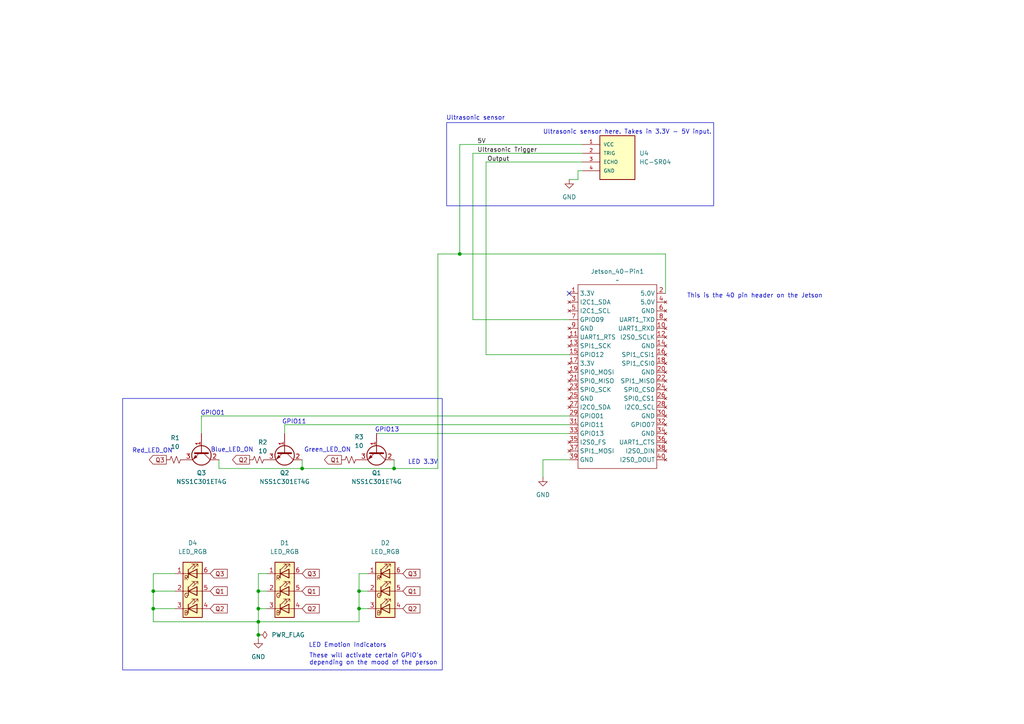
<source format=kicad_sch>
(kicad_sch (version 20231120) (generator "eeschema") (generator_version "8.0")
  (paper "A4")
  (title_block (title "Emotion-Adaptive-Smart-Home") (date "2024-11-06") (rev "3") (company "411 Group 6") (comment 1 "Kamal Smith") (comment 2 "Kilo Bao") (comment 3 "Luan Nguyen") (comment 4 "Samuel Shen"))
  (lib_symbols
    (symbol "Device:LED_RGB" (pin_names (offset 0) hide)
      (property "Reference" "D" (at 0 9.398 0))
      (property "Value" "LED_RGB" (at 0 -8.89 0))
      (symbol "LED_RGB_0_0"
        (text "B" (at -1.905 -6.35 0) (effects (font (size 1.27 1.27))))
        (text "G" (at -1.905 -1.27 0) (effects (font (size 1.27 1.27))))
        (text "R" (at -1.905 3.81 0) (effects (font (size 1.27 1.27))))
      )
      (symbol "LED_RGB_0_1"
        (polyline (pts (xy -1.27 -5.08) (xy -2.54 -5.08)))
        (polyline (pts (xy -1.27 -5.08) (xy 1.27 -5.08)))
        (polyline (pts (xy -1.27 -3.81) (xy -1.27 -6.35)) (stroke (width 0.254)))
        (polyline (pts (xy -1.27 0) (xy -2.54 0)))
        (polyline (pts (xy -1.27 1.27) (xy -1.27 -1.27)) (stroke (width 0.254)))
        (polyline (pts (xy -1.27 5.08) (xy -2.54 5.08)))
        (polyline (pts (xy -1.27 5.08) (xy 1.27 5.08)))
        (polyline (pts (xy -1.27 6.35) (xy -1.27 3.81)) (stroke (width 0.254)))
        (polyline (pts (xy 1.27 -5.08) (xy 2.54 -5.08)))
        (polyline (pts (xy 1.27 0) (xy -1.27 0)))
        (polyline (pts (xy 1.27 0) (xy 2.54 0)))
        (polyline (pts (xy 1.27 5.08) (xy 2.54 5.08)))
        (polyline (pts (xy -1.27 1.27) (xy -1.27 -1.27) (xy -1.27 -1.27)))
        (polyline (pts (xy -1.27 6.35) (xy -1.27 3.81) (xy -1.27 3.81)))
        (polyline (pts (xy 1.27 -3.81) (xy 1.27 -6.35) (xy -1.27 -5.08) (xy 1.27 -3.81)) (stroke (width 0.254)))
        (polyline (pts (xy 1.27 1.27) (xy 1.27 -1.27) (xy -1.27 0) (xy 1.27 1.27)) (stroke (width 0.254)))
        (polyline (pts (xy 1.27 6.35) (xy 1.27 3.81) (xy -1.27 5.08) (xy 1.27 6.35)) (stroke (width 0.254)))
        (polyline (pts (xy -1.016 -3.81) (xy 0.508 -2.286) (xy -0.254 -2.286) (xy 0.508 -2.286) (xy 0.508 -3.048)))
        (polyline (pts (xy -1.016 1.27) (xy 0.508 2.794) (xy -0.254 2.794) (xy 0.508 2.794) (xy 0.508 2.032)))
        (polyline (pts (xy -1.016 6.35) (xy 0.508 7.874) (xy -0.254 7.874) (xy 0.508 7.874) (xy 0.508 7.112)))
        (polyline (pts (xy 0 -3.81) (xy 1.524 -2.286) (xy 0.762 -2.286) (xy 1.524 -2.286) (xy 1.524 -3.048)))
        (polyline (pts (xy 0 1.27) (xy 1.524 2.794) (xy 0.762 2.794) (xy 1.524 2.794) (xy 1.524 2.032)))
        (polyline (pts (xy 0 6.35) (xy 1.524 7.874) (xy 0.762 7.874) (xy 1.524 7.874) (xy 1.524 7.112)))
        (rectangle (start 1.27 -1.27) (end 1.27 1.27))
        (rectangle (start 1.27 1.27) (end 1.27 1.27))
        (rectangle (start 1.27 3.81) (end 1.27 6.35))
        (rectangle (start 1.27 6.35) (end 1.27 6.35))
        (rectangle (start 2.794 8.382) (end -2.794 -7.62) (stroke (width 0.254)) (fill (type background)))
      )
      (symbol "LED_RGB_1_1"
        (pin passive line (at -5.08 5.08 0) (length 2.54) (name "RK") (number "1"))
        (pin passive line (at -5.08 0 0) (length 2.54) (name "GK") (number "2"))
        (pin passive line (at -5.08 -5.08 0) (length 2.54) (name "BK") (number "3"))
        (pin passive line (at 5.08 -5.08 180) (length 2.54) (name "BA") (number "4"))
        (pin passive line (at 5.08 0 180) (length 2.54) (name "GA") (number "5"))
        (pin passive line (at 5.08 5.08 180) (length 2.54) (name "RA") (number "6"))
      )
    )
    (symbol "Device:Q_NPN_BCE" (pin_names (offset 0) hide)
      (property "Reference" "Q3" (at 6.35 0 90))
      (property "Value" "NSS1C301ET4G" (at 8.89 0 90))
      (symbol "Q_NPN_BCE_0_1"
        (polyline (pts (xy 0.635 0.635) (xy 2.54 2.54)))
        (polyline (pts (xy 0.635 -0.635) (xy 2.54 -2.54) (xy 2.54 -2.54)))
        (polyline (pts (xy 0.635 1.905) (xy 0.635 -1.905) (xy 0.635 -1.905)) (stroke (width 0.508)))
        (polyline (pts (xy 1.27 -1.778) (xy 1.778 -1.27) (xy 2.286 -2.286) (xy 1.27 -1.778) (xy 1.27 -1.778)) (fill (type outline)))
        (circle (center 1.27 0) (radius 2.8194) (stroke (width 0.254)))
      )
      (symbol "Q_NPN_BCE_1_1"
        (pin input line (at -5.08 0 0) (length 5.715) (name "B") (number "1"))
        (pin passive line (at 2.54 5.08 270) (length 2.54) (name "C") (number "2"))
        (pin passive line (at 2.54 -5.08 90) (length 2.54) (name "E") (number "3"))
      )
    )
    (symbol "Device:R_Small_US" (pin_numbers hide) (pin_names (offset 0.254) hide)
      (property "Reference" "R1" (at 6.35 0 90))
      (property "Value" "10" (at 3.81 0 90))
      (symbol "R_Small_US_1_1"
        (polyline (pts (xy 0 0) (xy 1.016 -0.381) (xy 0 -0.762) (xy -1.016 -1.143) (xy 0 -1.524)))
        (polyline (pts (xy 0 1.524) (xy 1.016 1.143) (xy 0 0.762) (xy -1.016 0.381) (xy 0 0)))
        (pin passive line (at 0 2.54 270) (length 1.016) (name "~") (number "1"))
        (pin passive line (at 0 -2.54 90) (length 1.016) (name "~") (number "2"))
      )
    )
    (symbol "HC-SR04:HC-SR04" (pin_names (offset 1.016))
      (property "Reference" "U" (at 0 5.0813 0))
      (property "Value" "HC-SR04" (at 0 -10.163 0))
      (symbol "HC-SR04_0_0"
        (rectangle (start 0 -7.62) (end 10.16 5.08) (stroke (width 0.254)) (fill (type background)))
        (pin power_in line (at -5.08 2.54 0) (length 5.08) (name "VCC") (number "1"))
        (pin bidirectional line (at -5.08 0 0) (length 5.08) (name "TRIG") (number "2"))
        (pin bidirectional line (at -5.08 -2.54 0) (length 5.08) (name "ECHO") (number "3"))
        (pin power_in line (at -5.08 -5.08 0) (length 5.08) (name "GND") (number "4"))
      )
    )
    (symbol "JetsonNano40pin_1"
      (property "Reference" "Jetson_40-Pin1" (at 0 44.45 0))
      (property "Value" "~" (at 0 41.91 0))
      (symbol "JetsonNano40pin_1_0_0"
        (pin input line (at -13.97 -10.16 0) (length 2.54) (name "GND") (number "39"))
      )
      (symbol "JetsonNano40pin_1_1_0"
        (pin power_out line (at -13.97 38.1 0) (length 2.54) (name "3.3V") (number "1"))
        (pin no_connect line (at 13.97 27.94 180) (length 2.54) (name "UART1_RXD") (number "10"))
        (pin no_connect line (at -13.97 25.4 0) (length 2.54) (name "UART1_RTS") (number "11"))
        (pin no_connect line (at 13.97 25.4 180) (length 2.54) (name "I2S0_SCLK") (number "12"))
        (pin no_connect line (at -13.97 22.86 0) (length 2.54) (name "SPI1_SCK") (number "13"))
        (pin no_connect line (at 13.97 22.86 180) (length 2.54) (name "GND") (number "14"))
        (pin bidirectional line (at -13.97 20.32 0) (length 2.54) (name "GPIO12") (number "15"))
        (pin no_connect line (at 13.97 20.32 180) (length 2.54) (name "SPI1_CSI1") (number "16"))
        (pin no_connect line (at -13.97 17.78 0) (length 2.54) (name "3.3V") (number "17"))
        (pin no_connect line (at 13.97 17.78 180) (length 2.54) (name "SPI1_CSI0") (number "18"))
        (pin no_connect line (at -13.97 15.24 0) (length 2.54) (name "SPI0_MOSI") (number "19"))
        (pin power_out line (at 13.97 38.1 180) (length 2.54) (name "5.0V") (number "2"))
        (pin no_connect line (at 13.97 15.24 180) (length 2.54) (name "GND") (number "20"))
        (pin no_connect line (at -13.97 12.7 0) (length 2.54) (name "SPI0_MISO") (number "21"))
        (pin no_connect line (at 13.97 12.7 180) (length 2.54) (name "SPI1_MISO") (number "22"))
        (pin no_connect line (at -13.97 10.16 0) (length 2.54) (name "SPI0_SCK") (number "23"))
        (pin no_connect line (at 13.97 10.16 180) (length 2.54) (name "SPI0_CS0") (number "24"))
        (pin no_connect line (at -13.97 7.62 0) (length 2.54) (name "GND") (number "25"))
        (pin no_connect line (at 13.97 7.62 180) (length 2.54) (name "SPI0_CS1") (number "26"))
        (pin no_connect line (at -13.97 5.08 0) (length 2.54) (name "I2C0_SDA") (number "27"))
        (pin no_connect line (at 13.97 5.08 180) (length 2.54) (name "I2C0_SCL") (number "28"))
        (pin bidirectional line (at -13.97 2.54 0) (length 2.54) (name "GPIO01") (number "29"))
        (pin no_connect line (at -13.97 35.56 0) (length 2.54) (name "I2C1_SDA") (number "3"))
        (pin no_connect line (at 13.97 2.54 180) (length 2.54) (name "GND") (number "30"))
        (pin bidirectional line (at -13.97 0 0) (length 2.54) (name "GPIO11") (number "31"))
        (pin no_connect line (at 13.97 0 180) (length 2.54) (name "GPIO07") (number "32"))
        (pin bidirectional line (at -13.97 -2.54 0) (length 2.54) (name "GPIO13") (number "33"))
        (pin no_connect line (at 13.97 -2.54 180) (length 2.54) (name "GND") (number "34"))
        (pin no_connect line (at -13.97 -5.08 0) (length 2.54) (name "I2S0_FS") (number "35"))
        (pin no_connect line (at 13.97 -5.08 180) (length 2.54) (name "UART1_CTS") (number "36"))
        (pin no_connect line (at -13.97 -7.62 0) (length 2.54) (name "SPI1_MOSI") (number "37"))
        (pin no_connect line (at 13.97 -7.62 180) (length 2.54) (name "I2S0_DIN") (number "38"))
        (pin no_connect line (at 13.97 35.56 180) (length 2.54) (name "5.0V") (number "4"))
        (pin no_connect line (at 13.97 -10.16 180) (length 2.54) (name "I2S0_DOUT") (number "40"))
        (pin no_connect line (at -13.97 33.02 0) (length 2.54) (name "I2C1_SCL") (number "5"))
        (pin no_connect line (at 13.97 33.02 180) (length 2.54) (name "GND") (number "6"))
        (pin bidirectional line (at -13.97 30.48 0) (length 2.54) (name "GPIO09") (number "7"))
        (pin no_connect line (at 13.97 30.48 180) (length 2.54) (name "UART1_TXD") (number "8"))
        (pin no_connect line (at -13.97 27.94 0) (length 2.54) (name "GND") (number "9"))
      )
      (symbol "JetsonNano40pin_1_1_1"
        (rectangle (start -11.43 40.64) (end 11.43 -12.7))
      )
    )
    (symbol "Q_NPN_BCE_1" (pin_names (offset 0) hide)
      (property "Reference" "Q2" (at 6.35 0 90))
      (property "Value" "NSS1C301ET4G" (at 8.89 0 90))
      (symbol "Q_NPN_BCE_1_0_1"
        (polyline (pts (xy 0.635 0.635) (xy 2.54 2.54)))
        (polyline (pts (xy 0.635 -0.635) (xy 2.54 -2.54) (xy 2.54 -2.54)))
        (polyline (pts (xy 0.635 1.905) (xy 0.635 -1.905) (xy 0.635 -1.905)) (stroke (width 0.508)))
        (polyline (pts (xy 1.27 -1.778) (xy 1.778 -1.27) (xy 2.286 -2.286) (xy 1.27 -1.778) (xy 1.27 -1.778)) (fill (type outline)))
        (circle (center 1.27 0) (radius 2.8194) (stroke (width 0.254)))
      )
      (symbol "Q_NPN_BCE_1_1_1"
        (pin input line (at -5.08 0 0) (length 5.715) (name "B") (number "1"))
        (pin passive line (at 2.54 5.08 270) (length 2.54) (name "C") (number "2"))
        (pin passive line (at 2.54 -5.08 90) (length 2.54) (name "E") (number "3"))
      )
    )
    (symbol "Q_NPN_BCE_2" (pin_names (offset 0) hide)
      (property "Reference" "Q1" (at 6.35 0 90))
      (property "Value" "NSS1C301ET4G" (at 8.89 0 90))
      (symbol "Q_NPN_BCE_2_0_1"
        (polyline (pts (xy 0.635 0.635) (xy 2.54 2.54)))
        (polyline (pts (xy 0.635 -0.635) (xy 2.54 -2.54) (xy 2.54 -2.54)))
        (polyline (pts (xy 0.635 1.905) (xy 0.635 -1.905) (xy 0.635 -1.905)) (stroke (width 0.508)))
        (polyline (pts (xy 1.27 -1.778) (xy 1.778 -1.27) (xy 2.286 -2.286) (xy 1.27 -1.778) (xy 1.27 -1.778)) (fill (type outline)))
        (circle (center 1.27 0) (radius 2.8194) (stroke (width 0.254)))
      )
      (symbol "Q_NPN_BCE_2_1_1"
        (pin input line (at -5.08 0 0) (length 5.715) (name "B") (number "1"))
        (pin passive line (at 2.54 5.08 270) (length 2.54) (name "C") (number "2"))
        (pin passive line (at 2.54 -5.08 90) (length 2.54) (name "E") (number "3"))
      )
    )
    (symbol "power:GND" (power) (pin_numbers hide) (pin_names (offset 0) hide)
      (property "Value" "GND" (at 0 -3.81 0))
      (symbol "GND_0_1"
        (polyline (pts (xy 0 0) (xy 0 -1.27) (xy 1.27 -1.27) (xy 0 -2.54) (xy -1.27 -1.27) (xy 0 -1.27)))
      )
      (symbol "GND_1_1"
        (pin power_in line (at 0 0 270) (length 0) (name "~") (number "1"))
      )
    )
    (symbol "power:PWR_FLAG" (power) (pin_numbers hide) (pin_names (offset 0) hide)
      (property "Value" "PWR_FLAG" (at 0 3.81 0))
      (symbol "PWR_FLAG_0_0"
        (pin power_out line (at 0 0 90) (length 0) (name "~") (number "1"))
      )
      (symbol "PWR_FLAG_0_1"
        (polyline (pts (xy 0 0) (xy 0 1.27) (xy -1.016 1.905) (xy 0 2.54) (xy 1.016 1.905) (xy 0 1.27)))
      )
    )
  )
  (junction (at 114.3 135.89))
  (junction (at 74.93 176.53))
  (junction (at 74.93 171.45))
  (junction (at 44.45 176.53))
  (junction (at 74.93 184.15))
  (junction (at 87.63 135.89))
  (junction (at 44.45 171.45))
  (junction (at 104.14 171.45))
  (junction (at 74.93 180.34))
  (junction (at 133.35 73.66))
  (junction (at 104.14 176.53))
  (no_connect (at 165.1 85.09))
  (wire (pts (xy 140.97 46.99) (xy 140.97 102.87)))
  (wire (pts (xy 168.91 41.91) (xy 133.35 41.91)))
  (wire (pts (xy 44.45 176.53) (xy 44.45 180.34)))
  (wire (pts (xy 44.45 166.37) (xy 44.45 171.45)))
  (wire (pts (xy 157.48 133.35) (xy 157.48 138.43)))
  (wire (pts (xy 82.55 123.19) (xy 82.55 125.73)))
  (wire (pts (xy 44.45 180.34) (xy 74.93 180.34)))
  (wire (pts (xy 82.55 123.19) (xy 165.1 123.19)))
  (wire (pts (xy 114.3 133.35) (xy 114.3 135.89)))
  (wire (pts (xy 74.93 185.42) (xy 74.93 184.15)))
  (wire (pts (xy 193.04 73.66) (xy 193.04 85.09)))
  (wire (pts (xy 133.35 73.66) (xy 193.04 73.66)))
  (wire (pts (xy 168.91 46.99) (xy 140.97 46.99)))
  (wire (pts (xy 167.64 49.53) (xy 168.91 49.53)))
  (wire (pts (xy 74.93 176.53) (xy 77.47 176.53)))
  (wire (pts (xy 77.47 171.45) (xy 74.93 171.45)))
  (wire (pts (xy 87.63 135.89) (xy 114.3 135.89)))
  (wire (pts (xy 104.14 166.37) (xy 104.14 171.45)))
  (wire (pts (xy 137.16 44.45) (xy 137.16 92.71)))
  (wire (pts (xy 58.42 120.65) (xy 165.1 120.65)))
  (wire (pts (xy 106.68 171.45) (xy 104.14 171.45)))
  (wire (pts (xy 63.5 135.89) (xy 87.63 135.89)))
  (wire (pts (xy 140.97 102.87) (xy 165.1 102.87)))
  (wire (pts (xy 63.5 133.35) (xy 63.5 135.89)))
  (wire (pts (xy 104.14 180.34) (xy 74.93 180.34)))
  (wire (pts (xy 109.22 125.73) (xy 165.1 125.73)))
  (wire (pts (xy 58.42 120.65) (xy 58.42 125.73)))
  (wire (pts (xy 133.35 41.91) (xy 133.35 73.66)))
  (wire (pts (xy 77.47 166.37) (xy 74.93 166.37)))
  (wire (pts (xy 157.48 133.35) (xy 165.1 133.35)))
  (wire (pts (xy 104.14 176.53) (xy 104.14 180.34)))
  (wire (pts (xy 44.45 171.45) (xy 44.45 176.53)))
  (wire (pts (xy 44.45 171.45) (xy 50.8 171.45)))
  (wire (pts (xy 167.64 49.53) (xy 167.64 52.07)))
  (wire (pts (xy 74.93 171.45) (xy 74.93 176.53)))
  (wire (pts (xy 104.14 176.53) (xy 106.68 176.53)))
  (wire (pts (xy 127 135.89) (xy 114.3 135.89)))
  (wire (pts (xy 50.8 166.37) (xy 44.45 166.37)))
  (wire (pts (xy 74.93 166.37) (xy 74.93 171.45)))
  (wire (pts (xy 137.16 92.71) (xy 165.1 92.71)))
  (wire (pts (xy 44.45 176.53) (xy 50.8 176.53)))
  (wire (pts (xy 167.64 52.07) (xy 165.1 52.07)))
  (wire (pts (xy 87.63 133.35) (xy 87.63 135.89)))
  (wire (pts (xy 104.14 171.45) (xy 104.14 176.53)))
  (wire (pts (xy 127 73.66) (xy 127 135.89)))
  (wire (pts (xy 106.68 166.37) (xy 104.14 166.37)))
  (wire (pts (xy 127 73.66) (xy 133.35 73.66)))
  (wire (pts (xy 74.93 184.15) (xy 74.93 180.34)))
  (wire (pts (xy 74.93 180.34) (xy 74.93 176.53)))
  (wire (pts (xy 168.91 44.45) (xy 137.16 44.45)))
  (rectangle (start 129.54 35.56) (end 207.01 59.69))
  (rectangle (start 35.56 115.57) (end 128.27 194.31))
  (text "GPIO11" (at 85.344 122.428 0) (effects (font (size 1.27 1.27))))
  (text "GPIO13" (at 112.268 124.714 0) (effects (font (size 1.27 1.27))))
  (text "This is the 40 pin header on the Jetson\n" (at 218.948 85.852 0) (effects (font (size 1.27 1.27))))
  (text "Ultrasonic sensor here. Takes in 3.3V - 5V input." (at 157.48 38.354 0) (effects (font (size 1.27 1.27)) (justify left)))
  (text "Blue_LED_ON\n\n" (at 67.31 131.572 0) (effects (font (size 1.27 1.27))))
  (text "LED Emotion Indicators" (at 100.838 187.198 0) (effects (font (size 1.27 1.27))))
  (text "Ultrasonic sensor " (at 138.43 34.29 0) (effects (font (size 1.27 1.27))))
  (text "LED 3.3V" (at 122.682 134.112 0) (effects (font (size 1.27 1.27))))
  (text "These will activate certain GPIO's\ndepending on the mood of the person" (at 89.662 191.262 0) (effects (font (size 1.27 1.27)) (justify left)))
  (text "Green_LED_ON" (at 94.996 130.556 0) (effects (font (size 1.27 1.27))))
  (text "Output\n" (at 144.526 46.228 0) (effects (font (size 1.27 1.27))))
  (text "Red_LED_ON\n\n" (at 44.196 131.826 0) (effects (font (size 1.27 1.27))))
  (text "GPIO01" (at 61.722 119.888 0) (effects (font (size 1.27 1.27))))
  (label "Ultrasonic Trigger" (at 138.43 44.45 0))
  (label "5V" (at 138.43 41.91 0))
  (global_label "Q3" (shape input) (at 87.63 166.37 0) (property "Intersheetrefs" "${INTERSHEET_REFS}" (effects (hide yes))))
  (global_label "Q3" (shape output) (at 48.26 133.35 180) (property "Intersheetrefs" "${INTERSHEET_REFS}" (effects (hide yes))))
  (global_label "Q1" (shape input) (at 60.96 171.45 0) (property "Intersheetrefs" "${INTERSHEET_REFS}" (effects (hide yes))))
  (global_label "Q3" (shape input) (at 116.84 166.37 0) (property "Intersheetrefs" "${INTERSHEET_REFS}" (effects (hide yes))))
  (global_label "Q1" (shape input) (at 87.63 171.45 0) (property "Intersheetrefs" "${INTERSHEET_REFS}" (effects (hide yes))))
  (global_label "Q2" (shape input) (at 116.84 176.53 0) (property "Intersheetrefs" "${INTERSHEET_REFS}" (effects (hide yes))))
  (global_label "Q2" (shape input) (at 60.96 176.53 0) (property "Intersheetrefs" "${INTERSHEET_REFS}" (effects (hide yes))))
  (global_label "Q2" (shape output) (at 72.39 133.35 180) (property "Intersheetrefs" "${INTERSHEET_REFS}" (effects (hide yes))))
  (global_label "Q3" (shape input) (at 60.96 166.37 0) (property "Intersheetrefs" "${INTERSHEET_REFS}" (effects (hide yes))))
  (global_label "Q1" (shape input) (at 116.84 171.45 0) (property "Intersheetrefs" "${INTERSHEET_REFS}" (effects (hide yes))))
  (global_label "Q2" (shape input) (at 87.63 176.53 0) (property "Intersheetrefs" "${INTERSHEET_REFS}" (effects (hide yes))))
  (global_label "Q1" (shape output) (at 99.06 133.35 180) (property "Intersheetrefs" "${INTERSHEET_REFS}" (effects (hide yes))))
  (symbol (lib_name "JetsonNano40pin_1") (lib_id "JetsonNano40pin:JetsonNano40pin") (at 179.07 123.19 0) (unit 1)
    (property "Reference" "Jetson_40-Pin1" (at 179.07 78.74 0))
    (property "Value" "~" (at 179.07 81.28 0))
    (property "Footprint" "Connector_PinHeader_2.54mm:PinHeader_2x40_P2.54mm_Vertical" (effects (hide yes)))
  )
  (symbol (lib_id "Device:LED_RGB") (at 82.55 171.45 0) (unit 1)
    (property "Reference" "D1" (at 82.55 157.48 0))
    (property "Value" "LED_RGB" (at 82.55 160.02 0))
    (property "Footprint" "LED_SMD:LED_RGB_5050-6" (effects (hide yes)))
    (property "Description" "RGB LED, 6 pin package" (effects (hide yes)))
  )
  (symbol (lib_id "Device:R_Small_US") (at 74.93 133.35 90) (unit 1)
    (property "Reference" "R2" (at 76.2 128.27 90))
    (property "Value" "10" (at 76.2 130.81 90))
    (property "Footprint" "Resistor_THT:R_Axial_DIN0411_L9.9mm_D3.6mm_P5.08mm_Vertical" (effects (hide yes)))
    (property "Description" "Resistor, small US symbol" (effects (hide yes)))
  )
  (symbol (lib_id "Device:Q_NPN_BCE") (at 58.42 130.81 270) (unit 1)
    (property "Reference" "Q3" (at 58.42 137.16 90))
    (property "Value" "NSS1C301ET4G" (at 58.42 139.7 90))
    (property "Footprint" "NSS1C301ET4G:DPAK-4_6P22X6P73_ONS" (effects (hide yes)))
    (property "Description" "NPN transistor, base/collector/emitter" (effects (hide yes)))
  )
  (symbol (lib_id "Device:LED_RGB") (at 111.76 171.45 0) (unit 1)
    (property "Reference" "D2" (at 111.76 157.48 0))
    (property "Value" "LED_RGB" (at 111.76 160.02 0))
    (property "Footprint" "LED_SMD:LED_RGB_5050-6" (effects (hide yes)))
    (property "Description" "RGB LED, 6 pin package" (effects (hide yes)))
  )
  (symbol (lib_id "Device:R_Small_US") (at 101.6 133.35 90) (unit 1)
    (property "Reference" "R3" (at 104.14 126.746 90))
    (property "Value" "10" (at 104.14 129.286 90))
    (property "Footprint" "Resistor_THT:R_Axial_DIN0411_L9.9mm_D3.6mm_P5.08mm_Vertical" (effects (hide yes)))
    (property "Description" "Resistor, small US symbol" (effects (hide yes)))
  )
  (symbol (lib_id "Device:LED_RGB") (at 55.88 171.45 0) (unit 1)
    (property "Reference" "D4" (at 55.88 157.48 0))
    (property "Value" "LED_RGB" (at 55.88 160.02 0))
    (property "Footprint" "LED_SMD:LED_RGB_5050-6" (effects (hide yes)))
    (property "Description" "RGB LED, 6 pin package" (effects (hide yes)))
  )
  (symbol (lib_id "Device:R_Small_US") (at 50.8 133.35 90) (unit 1)
    (property "Reference" "R1" (at 50.8 127 90))
    (property "Value" "10" (at 50.8 129.54 90))
    (property "Footprint" "Resistor_THT:R_Axial_DIN0411_L9.9mm_D3.6mm_P5.08mm_Vertical" (effects (hide yes)))
    (property "Description" "Resistor, small US symbol" (effects (hide yes)))
  )
  (symbol (lib_id "HC-SR04:HC-SR04") (at 173.99 44.45 0) (unit 1)
    (property "Reference" "U4" (at 185.42 44.4499 0) (effects (justify left)))
    (property "Value" "HC-SR04" (at 185.42 46.9899 0) (effects (justify left)))
    (property "Footprint" "Connector_PinSocket_2.54mm:PinSocket_1x04_P2.54mm_Vertical" (effects (hide yes)))
    (property "MF" "SparkFun Electronics" (effects (hide yes)))
    (property "Description_1" "\n                        \n                            HC-SR04 Ultrasonic Sensor Qwiic Platform Evaluation Expansion Board\n                        \n" (effects (hide yes)))
    (property "Package" "None" (effects (hide yes)))
    (property "Price" "None" (effects (hide yes)))
    (property "Check_prices" "https://www.snapeda.com/parts/HC-SR04/SparkFun+Electronics/view-part/?ref=eda" (effects (hide yes)))
    (property "SnapEDA_Link" "https://www.snapeda.com/parts/HC-SR04/SparkFun+Electronics/view-part/?ref=snap" (effects (hide yes)))
    (property "MP" "HC-SR04" (effects (hide yes)))
    (property "Availability" "Not in stock" (effects (hide yes)))
    (property "MANUFACTURER" "Osepp" (effects (hide yes)))
  )
  (symbol (lib_id "power:GND") (at 157.48 138.43 0) (unit 1)
    (property "Reference" "#PWR017" (effects (hide yes)))
    (property "Value" "GND" (at 157.48 143.51 0))
    (property "Description" "Power symbol creates a global label with name \"GND\" , ground" (effects (hide yes)))
  )
  (symbol (lib_name "Q_NPN_BCE_1") (lib_id "Device:Q_NPN_BCE") (at 82.55 130.81 270) (unit 1)
    (property "Reference" "Q2" (at 82.55 137.16 90))
    (property "Value" "NSS1C301ET4G" (at 82.55 139.7 90))
    (property "Footprint" "NSS1C301ET4G:DPAK-4_6P22X6P73_ONS" (effects (hide yes)))
    (property "Description" "NPN transistor, base/collector/emitter" (effects (hide yes)))
  )
  (symbol (lib_id "power:GND") (at 165.1 52.07 0) (unit 1)
    (property "Reference" "#PWR018" (effects (hide yes)))
    (property "Value" "GND" (at 165.1 57.15 0))
    (property "Description" "Power symbol creates a global label with name \"GND\" , ground" (effects (hide yes)))
  )
  (symbol (lib_id "power:PWR_FLAG") (at 74.93 184.15 270) (unit 1)
    (property "Reference" "#FLG01" (effects (hide yes)))
    (property "Value" "PWR_FLAG" (at 78.74 184.1499 90) (effects (justify left)))
    (property "Description" "Special symbol for telling ERC where power comes from" (effects (hide yes)))
  )
  (symbol (lib_name "Q_NPN_BCE_2") (lib_id "Device:Q_NPN_BCE") (at 109.22 130.81 270) (unit 1)
    (property "Reference" "Q1" (at 109.22 137.16 90))
    (property "Value" "NSS1C301ET4G" (at 109.22 139.7 90))
    (property "Footprint" "NSS1C301ET4G:DPAK-4_6P22X6P73_ONS" (effects (hide yes)))
    (property "Description" "NPN transistor, base/collector/emitter" (effects (hide yes)))
  )
  (symbol (lib_id "power:GND") (at 74.93 185.42 0) (unit 1)
    (property "Reference" "#PWR01" (effects (hide yes)))
    (property "Value" "GND" (at 74.93 190.5 0))
    (property "Description" "Power symbol creates a global label with name \"GND\" , ground" (effects (hide yes)))
  )
)
</source>
